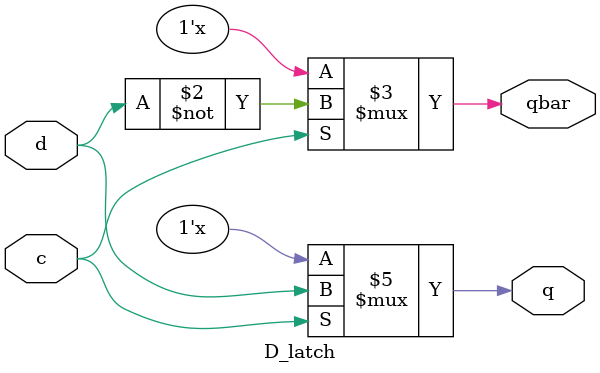
<source format=v>
module D_latch(
    input d,
    input c, 
    output reg q, 
    output reg qbar   
    );


always @(d or c) begin
    if (c) begin
        q <= d;
        qbar <= ~d;
    end
end
endmodule

</source>
